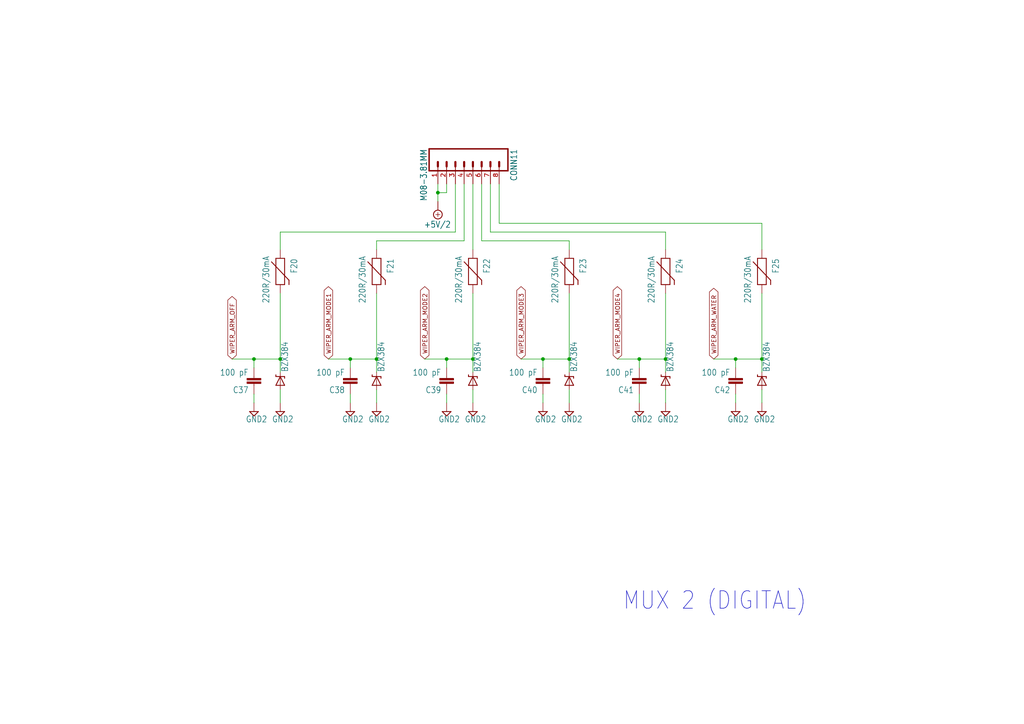
<source format=kicad_sch>
(kicad_sch
	(version 20231120)
	(generator "eeschema")
	(generator_version "8.0")
	(uuid "4173a632-8d76-460d-9398-17b1308961c7")
	(paper "A4")
	(lib_symbols
		(symbol "sim-daq-eagle-import:+5V/2"
			(power)
			(exclude_from_sim no)
			(in_bom yes)
			(on_board yes)
			(property "Reference" "#SUPPLY"
				(at 0 0 0)
				(effects
					(font
						(size 1.27 1.27)
					)
					(hide yes)
				)
			)
			(property "Value" ""
				(at -3.81 3.175 0)
				(effects
					(font
						(size 1.778 1.5113)
					)
					(justify left bottom)
				)
			)
			(property "Footprint" ""
				(at 0 0 0)
				(effects
					(font
						(size 1.27 1.27)
					)
					(hide yes)
				)
			)
			(property "Datasheet" ""
				(at 0 0 0)
				(effects
					(font
						(size 1.27 1.27)
					)
					(hide yes)
				)
			)
			(property "Description" "SUPPLY SYMBOL"
				(at 0 0 0)
				(effects
					(font
						(size 1.27 1.27)
					)
					(hide yes)
				)
			)
			(property "ki_locked" ""
				(at 0 0 0)
				(effects
					(font
						(size 1.27 1.27)
					)
				)
			)
			(symbol "+5V/2_1_0"
				(polyline
					(pts
						(xy -0.635 1.27) (xy 0.635 1.27)
					)
					(stroke
						(width 0.1524)
						(type solid)
					)
					(fill
						(type none)
					)
				)
				(polyline
					(pts
						(xy 0 0.635) (xy 0 1.905)
					)
					(stroke
						(width 0.1524)
						(type solid)
					)
					(fill
						(type none)
					)
				)
				(circle
					(center 0 1.27)
					(radius 1.27)
					(stroke
						(width 0.254)
						(type solid)
					)
					(fill
						(type none)
					)
				)
				(pin power_in line
					(at 0 -2.54 90)
					(length 2.54)
					(name "+5V/2"
						(effects
							(font
								(size 0 0)
							)
						)
					)
					(number "1"
						(effects
							(font
								(size 0 0)
							)
						)
					)
				)
			)
		)
		(symbol "sim-daq-eagle-import:C-EUC0805"
			(exclude_from_sim no)
			(in_bom yes)
			(on_board yes)
			(property "Reference" "C"
				(at 1.524 0.381 0)
				(effects
					(font
						(size 1.778 1.5113)
					)
					(justify left bottom)
				)
			)
			(property "Value" ""
				(at 1.524 -4.699 0)
				(effects
					(font
						(size 1.778 1.5113)
					)
					(justify left bottom)
				)
			)
			(property "Footprint" "sim-daq:C0805"
				(at 0 0 0)
				(effects
					(font
						(size 1.27 1.27)
					)
					(hide yes)
				)
			)
			(property "Datasheet" ""
				(at 0 0 0)
				(effects
					(font
						(size 1.27 1.27)
					)
					(hide yes)
				)
			)
			(property "Description" "CAPACITOR, European symbol"
				(at 0 0 0)
				(effects
					(font
						(size 1.27 1.27)
					)
					(hide yes)
				)
			)
			(property "ki_locked" ""
				(at 0 0 0)
				(effects
					(font
						(size 1.27 1.27)
					)
				)
			)
			(symbol "C-EUC0805_1_0"
				(rectangle
					(start -2.032 -2.032)
					(end 2.032 -1.524)
					(stroke
						(width 0)
						(type default)
					)
					(fill
						(type outline)
					)
				)
				(rectangle
					(start -2.032 -1.016)
					(end 2.032 -0.508)
					(stroke
						(width 0)
						(type default)
					)
					(fill
						(type outline)
					)
				)
				(polyline
					(pts
						(xy 0 -2.54) (xy 0 -2.032)
					)
					(stroke
						(width 0.1524)
						(type solid)
					)
					(fill
						(type none)
					)
				)
				(polyline
					(pts
						(xy 0 0) (xy 0 -0.508)
					)
					(stroke
						(width 0.1524)
						(type solid)
					)
					(fill
						(type none)
					)
				)
				(pin passive line
					(at 0 2.54 270)
					(length 2.54)
					(name "1"
						(effects
							(font
								(size 0 0)
							)
						)
					)
					(number "1"
						(effects
							(font
								(size 0 0)
							)
						)
					)
				)
				(pin passive line
					(at 0 -5.08 90)
					(length 2.54)
					(name "2"
						(effects
							(font
								(size 0 0)
							)
						)
					)
					(number "2"
						(effects
							(font
								(size 0 0)
							)
						)
					)
				)
			)
		)
		(symbol "sim-daq-eagle-import:DIODE-ZENER-BZT52"
			(exclude_from_sim no)
			(in_bom yes)
			(on_board yes)
			(property "Reference" ""
				(at 2.54 0.4826 0)
				(effects
					(font
						(size 1.778 1.5113)
					)
					(justify left bottom)
					(hide yes)
				)
			)
			(property "Value" ""
				(at 2.54 -2.3114 0)
				(effects
					(font
						(size 1.778 1.5113)
					)
					(justify left bottom)
				)
			)
			(property "Footprint" "sim-daq:SOD-323"
				(at 0 0 0)
				(effects
					(font
						(size 1.27 1.27)
					)
					(hide yes)
				)
			)
			(property "Datasheet" ""
				(at 0 0 0)
				(effects
					(font
						(size 1.27 1.27)
					)
					(hide yes)
				)
			)
			(property "Description" "Zener Diode Production Part - 8199 3.4V Zener Voltage"
				(at 0 0 0)
				(effects
					(font
						(size 1.27 1.27)
					)
					(hide yes)
				)
			)
			(property "ki_locked" ""
				(at 0 0 0)
				(effects
					(font
						(size 1.27 1.27)
					)
				)
			)
			(symbol "DIODE-ZENER-BZT52_1_0"
				(polyline
					(pts
						(xy -1.27 -1.27) (xy 1.27 0)
					)
					(stroke
						(width 0.254)
						(type solid)
					)
					(fill
						(type none)
					)
				)
				(polyline
					(pts
						(xy -1.27 1.27) (xy -1.27 -1.27)
					)
					(stroke
						(width 0.254)
						(type solid)
					)
					(fill
						(type none)
					)
				)
				(polyline
					(pts
						(xy 1.27 -1.27) (xy 0.762 -1.27)
					)
					(stroke
						(width 0.254)
						(type solid)
					)
					(fill
						(type none)
					)
				)
				(polyline
					(pts
						(xy 1.27 0) (xy -1.27 1.27)
					)
					(stroke
						(width 0.254)
						(type solid)
					)
					(fill
						(type none)
					)
				)
				(polyline
					(pts
						(xy 1.27 0) (xy 1.27 -1.27)
					)
					(stroke
						(width 0.254)
						(type solid)
					)
					(fill
						(type none)
					)
				)
				(polyline
					(pts
						(xy 1.27 1.27) (xy 1.27 0)
					)
					(stroke
						(width 0.254)
						(type solid)
					)
					(fill
						(type none)
					)
				)
				(polyline
					(pts
						(xy 1.27 1.27) (xy 1.778 1.27)
					)
					(stroke
						(width 0.254)
						(type solid)
					)
					(fill
						(type none)
					)
				)
				(pin passive line
					(at -2.54 0 0)
					(length 2.54)
					(name "A"
						(effects
							(font
								(size 0 0)
							)
						)
					)
					(number "A"
						(effects
							(font
								(size 0 0)
							)
						)
					)
				)
				(pin passive line
					(at 2.54 0 180)
					(length 2.54)
					(name "C"
						(effects
							(font
								(size 0 0)
							)
						)
					)
					(number "C"
						(effects
							(font
								(size 0 0)
							)
						)
					)
				)
			)
		)
		(symbol "sim-daq-eagle-import:GND2"
			(power)
			(exclude_from_sim no)
			(in_bom yes)
			(on_board yes)
			(property "Reference" "#SUPPLY"
				(at 0 0 0)
				(effects
					(font
						(size 1.27 1.27)
					)
					(hide yes)
				)
			)
			(property "Value" ""
				(at -2.413 -3.175 0)
				(effects
					(font
						(size 1.778 1.5113)
					)
					(justify left bottom)
				)
			)
			(property "Footprint" ""
				(at 0 0 0)
				(effects
					(font
						(size 1.27 1.27)
					)
					(hide yes)
				)
			)
			(property "Datasheet" ""
				(at 0 0 0)
				(effects
					(font
						(size 1.27 1.27)
					)
					(hide yes)
				)
			)
			(property "Description" "SUPPLY SYMBOL"
				(at 0 0 0)
				(effects
					(font
						(size 1.27 1.27)
					)
					(hide yes)
				)
			)
			(property "ki_locked" ""
				(at 0 0 0)
				(effects
					(font
						(size 1.27 1.27)
					)
				)
			)
			(symbol "GND2_1_0"
				(polyline
					(pts
						(xy -1.27 0) (xy 1.27 0)
					)
					(stroke
						(width 0.254)
						(type solid)
					)
					(fill
						(type none)
					)
				)
				(polyline
					(pts
						(xy 0 -1.27) (xy -1.27 0)
					)
					(stroke
						(width 0.254)
						(type solid)
					)
					(fill
						(type none)
					)
				)
				(polyline
					(pts
						(xy 1.27 0) (xy 0 -1.27)
					)
					(stroke
						(width 0.254)
						(type solid)
					)
					(fill
						(type none)
					)
				)
				(pin power_in line
					(at 0 2.54 270)
					(length 2.54)
					(name "GND2"
						(effects
							(font
								(size 0 0)
							)
						)
					)
					(number "1"
						(effects
							(font
								(size 0 0)
							)
						)
					)
				)
			)
		)
		(symbol "sim-daq-eagle-import:M08-3.81MM"
			(exclude_from_sim no)
			(in_bom yes)
			(on_board yes)
			(property "Reference" "CONN"
				(at -2.54 21.082 0)
				(effects
					(font
						(size 1.778 1.5113)
					)
					(justify left bottom)
				)
			)
			(property "Value" ""
				(at -2.54 -5.08 0)
				(effects
					(font
						(size 1.778 1.5113)
					)
					(justify left bottom)
				)
			)
			(property "Footprint" "sim-daq:M08-3.81"
				(at 0 0 0)
				(effects
					(font
						(size 1.27 1.27)
					)
					(hide yes)
				)
			)
			(property "Datasheet" ""
				(at 0 0 0)
				(effects
					(font
						(size 1.27 1.27)
					)
					(hide yes)
				)
			)
			(property "Description" ""
				(at 0 0 0)
				(effects
					(font
						(size 1.27 1.27)
					)
					(hide yes)
				)
			)
			(property "ki_locked" ""
				(at 0 0 0)
				(effects
					(font
						(size 1.27 1.27)
					)
				)
			)
			(symbol "M08-3.81MM_1_0"
				(polyline
					(pts
						(xy -2.54 20.32) (xy -2.54 -2.54)
					)
					(stroke
						(width 0.4064)
						(type solid)
					)
					(fill
						(type none)
					)
				)
				(polyline
					(pts
						(xy -2.54 20.32) (xy 3.81 20.32)
					)
					(stroke
						(width 0.4064)
						(type solid)
					)
					(fill
						(type none)
					)
				)
				(polyline
					(pts
						(xy 1.27 0) (xy 2.54 0)
					)
					(stroke
						(width 0.6096)
						(type solid)
					)
					(fill
						(type none)
					)
				)
				(polyline
					(pts
						(xy 1.27 2.54) (xy 2.54 2.54)
					)
					(stroke
						(width 0.6096)
						(type solid)
					)
					(fill
						(type none)
					)
				)
				(polyline
					(pts
						(xy 1.27 5.08) (xy 2.54 5.08)
					)
					(stroke
						(width 0.6096)
						(type solid)
					)
					(fill
						(type none)
					)
				)
				(polyline
					(pts
						(xy 1.27 7.62) (xy 2.54 7.62)
					)
					(stroke
						(width 0.6096)
						(type solid)
					)
					(fill
						(type none)
					)
				)
				(polyline
					(pts
						(xy 1.27 10.16) (xy 2.54 10.16)
					)
					(stroke
						(width 0.6096)
						(type solid)
					)
					(fill
						(type none)
					)
				)
				(polyline
					(pts
						(xy 1.27 12.7) (xy 2.54 12.7)
					)
					(stroke
						(width 0.6096)
						(type solid)
					)
					(fill
						(type none)
					)
				)
				(polyline
					(pts
						(xy 1.27 15.24) (xy 2.54 15.24)
					)
					(stroke
						(width 0.6096)
						(type solid)
					)
					(fill
						(type none)
					)
				)
				(polyline
					(pts
						(xy 1.27 17.78) (xy 2.54 17.78)
					)
					(stroke
						(width 0.6096)
						(type solid)
					)
					(fill
						(type none)
					)
				)
				(polyline
					(pts
						(xy 3.81 -2.54) (xy -2.54 -2.54)
					)
					(stroke
						(width 0.4064)
						(type solid)
					)
					(fill
						(type none)
					)
				)
				(polyline
					(pts
						(xy 3.81 -2.54) (xy 3.81 20.32)
					)
					(stroke
						(width 0.4064)
						(type solid)
					)
					(fill
						(type none)
					)
				)
				(pin passive line
					(at 7.62 0 180)
					(length 5.08)
					(name "1"
						(effects
							(font
								(size 0 0)
							)
						)
					)
					(number "1"
						(effects
							(font
								(size 1.27 1.27)
							)
						)
					)
				)
				(pin passive line
					(at 7.62 2.54 180)
					(length 5.08)
					(name "2"
						(effects
							(font
								(size 0 0)
							)
						)
					)
					(number "2"
						(effects
							(font
								(size 1.27 1.27)
							)
						)
					)
				)
				(pin passive line
					(at 7.62 5.08 180)
					(length 5.08)
					(name "3"
						(effects
							(font
								(size 0 0)
							)
						)
					)
					(number "3"
						(effects
							(font
								(size 1.27 1.27)
							)
						)
					)
				)
				(pin passive line
					(at 7.62 7.62 180)
					(length 5.08)
					(name "4"
						(effects
							(font
								(size 0 0)
							)
						)
					)
					(number "4"
						(effects
							(font
								(size 1.27 1.27)
							)
						)
					)
				)
				(pin passive line
					(at 7.62 10.16 180)
					(length 5.08)
					(name "5"
						(effects
							(font
								(size 0 0)
							)
						)
					)
					(number "5"
						(effects
							(font
								(size 1.27 1.27)
							)
						)
					)
				)
				(pin passive line
					(at 7.62 12.7 180)
					(length 5.08)
					(name "6"
						(effects
							(font
								(size 0 0)
							)
						)
					)
					(number "6"
						(effects
							(font
								(size 1.27 1.27)
							)
						)
					)
				)
				(pin passive line
					(at 7.62 15.24 180)
					(length 5.08)
					(name "7"
						(effects
							(font
								(size 0 0)
							)
						)
					)
					(number "7"
						(effects
							(font
								(size 1.27 1.27)
							)
						)
					)
				)
				(pin passive line
					(at 7.62 17.78 180)
					(length 5.08)
					(name "8"
						(effects
							(font
								(size 0 0)
							)
						)
					)
					(number "8"
						(effects
							(font
								(size 1.27 1.27)
							)
						)
					)
				)
			)
		)
		(symbol "sim-daq-eagle-import:PTC0603"
			(exclude_from_sim no)
			(in_bom yes)
			(on_board yes)
			(property "Reference" "F"
				(at -2.54 3.048 0)
				(effects
					(font
						(size 1.778 1.5113)
					)
					(justify left bottom)
				)
			)
			(property "Value" ""
				(at -3.302 -5.08 0)
				(effects
					(font
						(size 1.778 1.5113)
					)
					(justify left bottom)
				)
			)
			(property "Footprint" "sim-daq:0603"
				(at 0 0 0)
				(effects
					(font
						(size 1.27 1.27)
					)
					(hide yes)
				)
			)
			(property "Datasheet" ""
				(at 0 0 0)
				(effects
					(font
						(size 1.27 1.27)
					)
					(hide yes)
				)
			)
			(property "Description" "Resettable Fuse PTC Resettable Fuse. Spark Fun Electronics SKU : COM-08357"
				(at 0 0 0)
				(effects
					(font
						(size 1.27 1.27)
					)
					(hide yes)
				)
			)
			(property "ki_locked" ""
				(at 0 0 0)
				(effects
					(font
						(size 1.27 1.27)
					)
				)
			)
			(symbol "PTC0603_1_0"
				(polyline
					(pts
						(xy -2.54 -1.27) (xy -2.54 1.27)
					)
					(stroke
						(width 0.254)
						(type solid)
					)
					(fill
						(type none)
					)
				)
				(polyline
					(pts
						(xy -2.54 1.27) (xy 5.08 1.27)
					)
					(stroke
						(width 0.254)
						(type solid)
					)
					(fill
						(type none)
					)
				)
				(polyline
					(pts
						(xy -1.524 -2.54) (xy 3.81 2.54)
					)
					(stroke
						(width 0.254)
						(type solid)
					)
					(fill
						(type none)
					)
				)
				(polyline
					(pts
						(xy 3.81 2.54) (xy 5.08 2.54)
					)
					(stroke
						(width 0.254)
						(type solid)
					)
					(fill
						(type none)
					)
				)
				(polyline
					(pts
						(xy 5.08 -1.27) (xy -2.54 -1.27)
					)
					(stroke
						(width 0.254)
						(type solid)
					)
					(fill
						(type none)
					)
				)
				(polyline
					(pts
						(xy 5.08 1.27) (xy 5.08 -1.27)
					)
					(stroke
						(width 0.254)
						(type solid)
					)
					(fill
						(type none)
					)
				)
				(pin bidirectional line
					(at -5.08 0 0)
					(length 2.54)
					(name "1"
						(effects
							(font
								(size 0 0)
							)
						)
					)
					(number "1"
						(effects
							(font
								(size 0 0)
							)
						)
					)
				)
				(pin bidirectional line
					(at 7.62 0 180)
					(length 2.54)
					(name "2"
						(effects
							(font
								(size 0 0)
							)
						)
					)
					(number "2"
						(effects
							(font
								(size 0 0)
							)
						)
					)
				)
			)
		)
	)
	(junction
		(at 220.98 104.14)
		(diameter 0)
		(color 0 0 0 0)
		(uuid "0ff2e5ee-eea0-4ac6-beb8-552f674fc05a")
	)
	(junction
		(at 157.48 104.14)
		(diameter 0)
		(color 0 0 0 0)
		(uuid "2e213fa8-1852-478d-ba88-279030c5398f")
	)
	(junction
		(at 101.6 104.14)
		(diameter 0)
		(color 0 0 0 0)
		(uuid "3878342d-74d9-4233-b301-bde4f46786dc")
	)
	(junction
		(at 213.36 104.14)
		(diameter 0)
		(color 0 0 0 0)
		(uuid "5ffa0f6e-9e75-4beb-b13f-608eb14278e1")
	)
	(junction
		(at 81.28 104.14)
		(diameter 0)
		(color 0 0 0 0)
		(uuid "62ff160d-2d9e-46b3-9326-13fd095fa64d")
	)
	(junction
		(at 185.42 104.14)
		(diameter 0)
		(color 0 0 0 0)
		(uuid "658c43de-c184-45a0-a0db-d05be366b0bf")
	)
	(junction
		(at 137.16 104.14)
		(diameter 0)
		(color 0 0 0 0)
		(uuid "7155ef5c-63e4-45df-ab32-9b2816f92481")
	)
	(junction
		(at 73.66 104.14)
		(diameter 0)
		(color 0 0 0 0)
		(uuid "77b73326-9af9-4356-b887-ba6e0419ebb4")
	)
	(junction
		(at 129.54 104.14)
		(diameter 0)
		(color 0 0 0 0)
		(uuid "7921970f-f00e-40bc-abbc-457e885a0842")
	)
	(junction
		(at 193.04 104.14)
		(diameter 0)
		(color 0 0 0 0)
		(uuid "7d51f83d-c28d-4b0e-92bf-597e1b4f4c56")
	)
	(junction
		(at 165.1 104.14)
		(diameter 0)
		(color 0 0 0 0)
		(uuid "b05a5d24-a32e-45ba-91eb-00af3cc71b49")
	)
	(junction
		(at 127 55.88)
		(diameter 0)
		(color 0 0 0 0)
		(uuid "d462792f-496d-483c-ae23-dc828c3631c5")
	)
	(junction
		(at 109.22 104.14)
		(diameter 0)
		(color 0 0 0 0)
		(uuid "e4fcde3c-14dc-4be9-a62c-2fcc69fd4d59")
	)
	(wire
		(pts
			(xy 157.48 116.84) (xy 157.48 114.3)
		)
		(stroke
			(width 0.1524)
			(type solid)
		)
		(uuid "08af7486-ba42-420c-8c67-7010103bfe67")
	)
	(wire
		(pts
			(xy 165.1 107.95) (xy 165.1 104.14)
		)
		(stroke
			(width 0.1524)
			(type solid)
		)
		(uuid "0fa0874a-3837-4f21-b1b4-e7b7fded4408")
	)
	(wire
		(pts
			(xy 213.36 104.14) (xy 207.01 104.14)
		)
		(stroke
			(width 0.1524)
			(type solid)
		)
		(uuid "100fb9db-bd3e-4ac5-9206-8380a36bdb5d")
	)
	(wire
		(pts
			(xy 109.22 107.95) (xy 109.22 104.14)
		)
		(stroke
			(width 0.1524)
			(type solid)
		)
		(uuid "101fc07a-6611-41f5-b3b9-f960beacf314")
	)
	(wire
		(pts
			(xy 101.6 106.68) (xy 101.6 104.14)
		)
		(stroke
			(width 0.1524)
			(type solid)
		)
		(uuid "1488d853-b3ad-4fd9-a191-026273bd4ca5")
	)
	(wire
		(pts
			(xy 193.04 67.31) (xy 142.24 67.31)
		)
		(stroke
			(width 0.1524)
			(type solid)
		)
		(uuid "168f1b8d-ea80-47b9-a37a-10440be16950")
	)
	(wire
		(pts
			(xy 132.08 67.31) (xy 132.08 53.34)
		)
		(stroke
			(width 0.1524)
			(type solid)
		)
		(uuid "1c1d1501-a151-4421-94cd-e5ce09f78a34")
	)
	(wire
		(pts
			(xy 129.54 116.84) (xy 129.54 114.3)
		)
		(stroke
			(width 0.1524)
			(type solid)
		)
		(uuid "1e4dadc1-8103-45c1-a1aa-7265f91ef426")
	)
	(wire
		(pts
			(xy 193.04 85.09) (xy 193.04 104.14)
		)
		(stroke
			(width 0.1524)
			(type solid)
		)
		(uuid "226e541c-ef43-4b23-9b4a-d4edc620bae3")
	)
	(wire
		(pts
			(xy 193.04 72.39) (xy 193.04 67.31)
		)
		(stroke
			(width 0.1524)
			(type solid)
		)
		(uuid "2e2ceff5-dc30-4fe3-b83d-f1d0603681af")
	)
	(wire
		(pts
			(xy 137.16 85.09) (xy 137.16 104.14)
		)
		(stroke
			(width 0.1524)
			(type solid)
		)
		(uuid "301243e8-ccf0-4e09-a2ae-9c315ed2e27b")
	)
	(wire
		(pts
			(xy 109.22 69.85) (xy 134.62 69.85)
		)
		(stroke
			(width 0.1524)
			(type solid)
		)
		(uuid "38b8d59c-0225-40b5-98c6-5f594147ff0d")
	)
	(wire
		(pts
			(xy 220.98 116.84) (xy 220.98 113.03)
		)
		(stroke
			(width 0.1524)
			(type solid)
		)
		(uuid "3bc558fe-aa33-4c45-b7d4-cdd935a69457")
	)
	(wire
		(pts
			(xy 109.22 72.39) (xy 109.22 69.85)
		)
		(stroke
			(width 0.1524)
			(type solid)
		)
		(uuid "3ca0ece5-ba6b-4d9c-bddb-a1b41f5f2758")
	)
	(wire
		(pts
			(xy 129.54 106.68) (xy 129.54 104.14)
		)
		(stroke
			(width 0.1524)
			(type solid)
		)
		(uuid "425c32ea-ca7b-4a76-8252-8106aac5e5ce")
	)
	(wire
		(pts
			(xy 213.36 116.84) (xy 213.36 114.3)
		)
		(stroke
			(width 0.1524)
			(type solid)
		)
		(uuid "43d2bc32-a47b-4a3e-97ef-847867a295c9")
	)
	(wire
		(pts
			(xy 165.1 72.39) (xy 165.1 69.85)
		)
		(stroke
			(width 0.1524)
			(type solid)
		)
		(uuid "45062843-4d1c-460a-aa6e-3f881d2ede1b")
	)
	(wire
		(pts
			(xy 81.28 72.39) (xy 81.28 67.31)
		)
		(stroke
			(width 0.1524)
			(type solid)
		)
		(uuid "4a4d73cb-21e6-4c05-af50-17cf57b0cd99")
	)
	(wire
		(pts
			(xy 213.36 106.68) (xy 213.36 104.14)
		)
		(stroke
			(width 0.1524)
			(type solid)
		)
		(uuid "4bb224e1-443f-4bd8-a9c1-9dbff9853216")
	)
	(wire
		(pts
			(xy 101.6 116.84) (xy 101.6 114.3)
		)
		(stroke
			(width 0.1524)
			(type solid)
		)
		(uuid "4d4159c6-4c34-417f-8c54-52c2e48f6e8a")
	)
	(wire
		(pts
			(xy 220.98 72.39) (xy 220.98 64.77)
		)
		(stroke
			(width 0.1524)
			(type solid)
		)
		(uuid "4f727af2-8d3b-4352-b0ea-e21930f9dbae")
	)
	(wire
		(pts
			(xy 101.6 104.14) (xy 109.22 104.14)
		)
		(stroke
			(width 0.1524)
			(type solid)
		)
		(uuid "51b14e50-a769-4a4b-b863-de5f2f954bdd")
	)
	(wire
		(pts
			(xy 127 55.88) (xy 127 58.42)
		)
		(stroke
			(width 0.1524)
			(type solid)
		)
		(uuid "54a8dc6c-5416-420e-981f-4009b69f5ea1")
	)
	(wire
		(pts
			(xy 73.66 104.14) (xy 81.28 104.14)
		)
		(stroke
			(width 0.1524)
			(type solid)
		)
		(uuid "55102e94-b933-4d86-8855-e3e03b37800d")
	)
	(wire
		(pts
			(xy 129.54 104.14) (xy 137.16 104.14)
		)
		(stroke
			(width 0.1524)
			(type solid)
		)
		(uuid "5694da5a-c535-4087-b10b-fdbe5cfad9b4")
	)
	(wire
		(pts
			(xy 129.54 53.34) (xy 129.54 55.88)
		)
		(stroke
			(width 0.1524)
			(type solid)
		)
		(uuid "5a2fc83c-f7cc-4d32-b170-73431f59414e")
	)
	(wire
		(pts
			(xy 157.48 104.14) (xy 151.13 104.14)
		)
		(stroke
			(width 0.1524)
			(type solid)
		)
		(uuid "5c4dcc74-d7c8-41c6-9a11-b98f4918d934")
	)
	(wire
		(pts
			(xy 185.42 116.84) (xy 185.42 114.3)
		)
		(stroke
			(width 0.1524)
			(type solid)
		)
		(uuid "5cae6c15-21d3-4b18-b512-389d3ec3e00c")
	)
	(wire
		(pts
			(xy 109.22 85.09) (xy 109.22 104.14)
		)
		(stroke
			(width 0.1524)
			(type solid)
		)
		(uuid "5f434ffb-b1c3-4678-84f3-328047e93b0f")
	)
	(wire
		(pts
			(xy 185.42 106.68) (xy 185.42 104.14)
		)
		(stroke
			(width 0.1524)
			(type solid)
		)
		(uuid "61bd0472-6ee3-4b56-a98d-e94d8028a292")
	)
	(wire
		(pts
			(xy 81.28 67.31) (xy 132.08 67.31)
		)
		(stroke
			(width 0.1524)
			(type solid)
		)
		(uuid "746871c7-50f7-44b7-a0b2-6f5124d3bed1")
	)
	(wire
		(pts
			(xy 73.66 106.68) (xy 73.66 104.14)
		)
		(stroke
			(width 0.1524)
			(type solid)
		)
		(uuid "75306c6e-c01a-41a8-b4f3-1e44eb4432db")
	)
	(wire
		(pts
			(xy 142.24 67.31) (xy 142.24 53.34)
		)
		(stroke
			(width 0.1524)
			(type solid)
		)
		(uuid "7614c28a-92d6-45f1-b13b-7998104eb9dd")
	)
	(wire
		(pts
			(xy 137.16 107.95) (xy 137.16 104.14)
		)
		(stroke
			(width 0.1524)
			(type solid)
		)
		(uuid "7c86457a-81c0-405a-a7ca-b00a6583da69")
	)
	(wire
		(pts
			(xy 139.7 69.85) (xy 139.7 53.34)
		)
		(stroke
			(width 0.1524)
			(type solid)
		)
		(uuid "7e6a8f59-ffba-45fc-9e33-410014c57e04")
	)
	(wire
		(pts
			(xy 137.16 116.84) (xy 137.16 113.03)
		)
		(stroke
			(width 0.1524)
			(type solid)
		)
		(uuid "7f89fdc2-7cfc-4158-8b54-71cec44541d5")
	)
	(wire
		(pts
			(xy 81.28 116.84) (xy 81.28 113.03)
		)
		(stroke
			(width 0.1524)
			(type solid)
		)
		(uuid "84d35871-edef-4003-bb75-d0233c89639b")
	)
	(wire
		(pts
			(xy 220.98 64.77) (xy 144.78 64.77)
		)
		(stroke
			(width 0.1524)
			(type solid)
		)
		(uuid "92d5bf49-bd2b-4d7e-b364-d9e4672f5c28")
	)
	(wire
		(pts
			(xy 127 53.34) (xy 127 55.88)
		)
		(stroke
			(width 0.1524)
			(type solid)
		)
		(uuid "93307c3f-e8fe-4721-8b4f-38005e84bb17")
	)
	(wire
		(pts
			(xy 193.04 116.84) (xy 193.04 113.03)
		)
		(stroke
			(width 0.1524)
			(type solid)
		)
		(uuid "95070654-3f01-4601-8be8-0dd8a99fdd1a")
	)
	(wire
		(pts
			(xy 157.48 106.68) (xy 157.48 104.14)
		)
		(stroke
			(width 0.1524)
			(type solid)
		)
		(uuid "96e49fde-5a53-46ae-a012-c8d334d09970")
	)
	(wire
		(pts
			(xy 129.54 55.88) (xy 127 55.88)
		)
		(stroke
			(width 0.1524)
			(type solid)
		)
		(uuid "a2780314-bb2b-4de3-98f4-324fc9a67038")
	)
	(wire
		(pts
			(xy 220.98 85.09) (xy 220.98 104.14)
		)
		(stroke
			(width 0.1524)
			(type solid)
		)
		(uuid "a87b13f7-81d5-43a7-aba3-01f0ffc3148b")
	)
	(wire
		(pts
			(xy 185.42 104.14) (xy 179.07 104.14)
		)
		(stroke
			(width 0.1524)
			(type solid)
		)
		(uuid "aedced8a-d87f-4780-b0a2-f0181b9dd103")
	)
	(wire
		(pts
			(xy 134.62 69.85) (xy 134.62 53.34)
		)
		(stroke
			(width 0.1524)
			(type solid)
		)
		(uuid "b0665503-a657-40fa-8cea-2b147ce9a036")
	)
	(wire
		(pts
			(xy 73.66 116.84) (xy 73.66 114.3)
		)
		(stroke
			(width 0.1524)
			(type solid)
		)
		(uuid "b1d45b0f-0653-4254-b9df-5d6ce42ac723")
	)
	(wire
		(pts
			(xy 129.54 104.14) (xy 123.19 104.14)
		)
		(stroke
			(width 0.1524)
			(type solid)
		)
		(uuid "b7250e79-c0b8-4d79-b2b3-8b76d2235707")
	)
	(wire
		(pts
			(xy 185.42 104.14) (xy 193.04 104.14)
		)
		(stroke
			(width 0.1524)
			(type solid)
		)
		(uuid "bc617596-022d-475f-afa7-8c5dd4d482f4")
	)
	(wire
		(pts
			(xy 73.66 104.14) (xy 67.31 104.14)
		)
		(stroke
			(width 0.1524)
			(type solid)
		)
		(uuid "c4941cba-453e-410e-96c0-e88b7d83a29d")
	)
	(wire
		(pts
			(xy 213.36 104.14) (xy 220.98 104.14)
		)
		(stroke
			(width 0.1524)
			(type solid)
		)
		(uuid "c5946995-296e-4d62-bd74-42d706f5f3f6")
	)
	(wire
		(pts
			(xy 193.04 107.95) (xy 193.04 104.14)
		)
		(stroke
			(width 0.1524)
			(type solid)
		)
		(uuid "ca1e4b3b-29f5-48a3-b78f-807583f10ef4")
	)
	(wire
		(pts
			(xy 165.1 116.84) (xy 165.1 113.03)
		)
		(stroke
			(width 0.1524)
			(type solid)
		)
		(uuid "cbd6742b-5875-4f47-b4d9-54726da01519")
	)
	(wire
		(pts
			(xy 165.1 69.85) (xy 139.7 69.85)
		)
		(stroke
			(width 0.1524)
			(type solid)
		)
		(uuid "d281fbb7-b7fd-490d-a1f4-f093ff0168a8")
	)
	(wire
		(pts
			(xy 220.98 107.95) (xy 220.98 104.14)
		)
		(stroke
			(width 0.1524)
			(type solid)
		)
		(uuid "d3531ee8-b6f2-4fdc-95c2-4ca209cfbe11")
	)
	(wire
		(pts
			(xy 157.48 104.14) (xy 165.1 104.14)
		)
		(stroke
			(width 0.1524)
			(type solid)
		)
		(uuid "d4355bc4-70cf-47bb-928f-0b8ed791abd7")
	)
	(wire
		(pts
			(xy 101.6 104.14) (xy 95.25 104.14)
		)
		(stroke
			(width 0.1524)
			(type solid)
		)
		(uuid "d53f13c3-0209-4a65-b032-c94f6a459fac")
	)
	(wire
		(pts
			(xy 165.1 85.09) (xy 165.1 104.14)
		)
		(stroke
			(width 0.1524)
			(type solid)
		)
		(uuid "d7b11ae5-a85e-48cf-92a7-e52f1ce4c1d8")
	)
	(wire
		(pts
			(xy 81.28 85.09) (xy 81.28 104.14)
		)
		(stroke
			(width 0.1524)
			(type solid)
		)
		(uuid "d961a6e2-1919-4e49-a381-7d324584ecc7")
	)
	(wire
		(pts
			(xy 81.28 107.95) (xy 81.28 104.14)
		)
		(stroke
			(width 0.1524)
			(type solid)
		)
		(uuid "de03393f-e9a7-4458-9b7f-0d829506305b")
	)
	(wire
		(pts
			(xy 144.78 64.77) (xy 144.78 53.34)
		)
		(stroke
			(width 0.1524)
			(type solid)
		)
		(uuid "decc1421-a80e-4dc8-be79-4bc0a000b65f")
	)
	(wire
		(pts
			(xy 109.22 116.84) (xy 109.22 113.03)
		)
		(stroke
			(width 0.1524)
			(type solid)
		)
		(uuid "e69b8c83-ba86-42b1-8420-d7eb38fd4c96")
	)
	(wire
		(pts
			(xy 137.16 72.39) (xy 137.16 53.34)
		)
		(stroke
			(width 0.1524)
			(type solid)
		)
		(uuid "ed111e4b-5413-4a5f-87ec-752c8e5869f0")
	)
	(text "MUX 2 (DIGITAL)"
		(exclude_from_sim no)
		(at 180.594 177.292 0)
		(effects
			(font
				(size 5.08 4.318)
			)
			(justify left bottom)
		)
		(uuid "bf4d09a8-0356-4200-bbfb-15148523c40c")
	)
	(global_label "WIPER_ARM_MODE4"
		(shape bidirectional)
		(at 179.07 104.14 90)
		(fields_autoplaced yes)
		(effects
			(font
				(size 1.2446 1.2446)
			)
			(justify left)
		)
		(uuid "38c9e2e1-1a9c-41e4-819e-26f7036b4583")
		(property "Intersheetrefs" "${INTERSHEET_REFS}"
			(at 179.07 82.5827 90)
			(effects
				(font
					(size 1.27 1.27)
				)
				(justify left)
				(hide yes)
			)
		)
	)
	(global_label "WIPER_ARM_MODE1"
		(shape bidirectional)
		(at 95.25 104.14 90)
		(fields_autoplaced yes)
		(effects
			(font
				(size 1.2446 1.2446)
			)
			(justify left)
		)
		(uuid "5c81e7f8-570d-4af5-8bad-ab8528b18352")
		(property "Intersheetrefs" "${INTERSHEET_REFS}"
			(at 95.25 82.5827 90)
			(effects
				(font
					(size 1.27 1.27)
				)
				(justify left)
				(hide yes)
			)
		)
	)
	(global_label "WIPER_ARM_OFF"
		(shape bidirectional)
		(at 67.31 104.14 90)
		(fields_autoplaced yes)
		(effects
			(font
				(size 1.2446 1.2446)
			)
			(justify left)
		)
		(uuid "90920e6c-4be9-4e21-9e58-eac32962a401")
		(property "Intersheetrefs" "${INTERSHEET_REFS}"
			(at 67.31 85.4275 90)
			(effects
				(font
					(size 1.27 1.27)
				)
				(justify left)
				(hide yes)
			)
		)
	)
	(global_label "WIPER_ARM_MODE3"
		(shape bidirectional)
		(at 151.13 104.14 90)
		(fields_autoplaced yes)
		(effects
			(font
				(size 1.2446 1.2446)
			)
			(justify left)
		)
		(uuid "9e56becc-baea-408e-8371-b0eea1200284")
		(property "Intersheetrefs" "${INTERSHEET_REFS}"
			(at 151.13 82.5827 90)
			(effects
				(font
					(size 1.27 1.27)
				)
				(justify left)
				(hide yes)
			)
		)
	)
	(global_label "WIPER_ARM_MODE2"
		(shape bidirectional)
		(at 123.19 104.14 90)
		(fields_autoplaced yes)
		(effects
			(font
				(size 1.2446 1.2446)
			)
			(justify left)
		)
		(uuid "b750d553-bd20-4c20-a151-b6c5746520b1")
		(property "Intersheetrefs" "${INTERSHEET_REFS}"
			(at 123.19 82.5827 90)
			(effects
				(font
					(size 1.27 1.27)
				)
				(justify left)
				(hide yes)
			)
		)
	)
	(global_label "WIPER_ARM_WATER"
		(shape bidirectional)
		(at 207.01 104.14 90)
		(fields_autoplaced yes)
		(effects
			(font
				(size 1.2446 1.2446)
			)
			(justify left)
		)
		(uuid "de414edd-9097-44da-8580-701fb013374d")
		(property "Intersheetrefs" "${INTERSHEET_REFS}"
			(at 207.01 83.0568 90)
			(effects
				(font
					(size 1.27 1.27)
				)
				(justify left)
				(hide yes)
			)
		)
	)
	(symbol
		(lib_id "sim-daq-eagle-import:C-EUC0805")
		(at 213.36 111.76 180)
		(unit 1)
		(exclude_from_sim no)
		(in_bom yes)
		(on_board yes)
		(dnp no)
		(uuid "01e21610-7403-449d-9c99-09cf39406388")
		(property "Reference" "C42"
			(at 211.836 112.141 0)
			(effects
				(font
					(size 1.778 1.5113)
				)
				(justify left bottom)
			)
		)
		(property "Value" "100 pF"
			(at 211.836 107.061 0)
			(effects
				(font
					(size 1.778 1.5113)
				)
				(justify left bottom)
			)
		)
		(property "Footprint" "sim-daq:C0805"
			(at 213.36 111.76 0)
			(effects
				(font
					(size 1.27 1.27)
				)
				(hide yes)
			)
		)
		(property "Datasheet" ""
			(at 213.36 111.76 0)
			(effects
				(font
					(size 1.27 1.27)
				)
				(hide yes)
			)
		)
		(property "Description" ""
			(at 213.36 111.76 0)
			(effects
				(font
					(size 1.27 1.27)
				)
				(hide yes)
			)
		)
		(property "PARTNO" "*"
			(at 213.36 111.76 0)
			(effects
				(font
					(size 1.27 1.27)
				)
				(justify right top)
				(hide yes)
			)
		)
		(pin "2"
			(uuid "684d4181-4ba6-424f-a579-2fff38d37e1b")
		)
		(pin "1"
			(uuid "974bff5e-a15b-47b0-af22-3cd3d1538017")
		)
		(instances
			(project "sim-daq"
				(path "/49d127e9-4d55-4359-a72f-e53f94e14ae0/71d720ef-da9c-4612-9da3-7d62ac26bd0d"
					(reference "C42")
					(unit 1)
				)
			)
		)
	)
	(symbol
		(lib_id "sim-daq-eagle-import:GND2")
		(at 165.1 119.38 0)
		(unit 1)
		(exclude_from_sim no)
		(in_bom yes)
		(on_board yes)
		(dnp no)
		(uuid "02d27b6d-7f81-45ff-8bbb-6d62ea63b96c")
		(property "Reference" "#SUPPLY47"
			(at 165.1 119.38 0)
			(effects
				(font
					(size 1.27 1.27)
				)
				(hide yes)
			)
		)
		(property "Value" "GND2"
			(at 162.687 122.555 0)
			(effects
				(font
					(size 1.778 1.5113)
				)
				(justify left bottom)
			)
		)
		(property "Footprint" ""
			(at 165.1 119.38 0)
			(effects
				(font
					(size 1.27 1.27)
				)
				(hide yes)
			)
		)
		(property "Datasheet" ""
			(at 165.1 119.38 0)
			(effects
				(font
					(size 1.27 1.27)
				)
				(hide yes)
			)
		)
		(property "Description" ""
			(at 165.1 119.38 0)
			(effects
				(font
					(size 1.27 1.27)
				)
				(hide yes)
			)
		)
		(pin "1"
			(uuid "bc742330-d151-4e02-8e00-e6ccb3b2e5c1")
		)
		(instances
			(project "sim-daq"
				(path "/49d127e9-4d55-4359-a72f-e53f94e14ae0/71d720ef-da9c-4612-9da3-7d62ac26bd0d"
					(reference "#SUPPLY47")
					(unit 1)
				)
			)
		)
	)
	(symbol
		(lib_id "sim-daq-eagle-import:GND2")
		(at 73.66 119.38 0)
		(unit 1)
		(exclude_from_sim no)
		(in_bom yes)
		(on_board yes)
		(dnp no)
		(uuid "02e9d27d-5668-4994-9157-d01b95d6e473")
		(property "Reference" "#SUPPLY40"
			(at 73.66 119.38 0)
			(effects
				(font
					(size 1.27 1.27)
				)
				(hide yes)
			)
		)
		(property "Value" "GND2"
			(at 71.247 122.555 0)
			(effects
				(font
					(size 1.778 1.5113)
				)
				(justify left bottom)
			)
		)
		(property "Footprint" ""
			(at 73.66 119.38 0)
			(effects
				(font
					(size 1.27 1.27)
				)
				(hide yes)
			)
		)
		(property "Datasheet" ""
			(at 73.66 119.38 0)
			(effects
				(font
					(size 1.27 1.27)
				)
				(hide yes)
			)
		)
		(property "Description" ""
			(at 73.66 119.38 0)
			(effects
				(font
					(size 1.27 1.27)
				)
				(hide yes)
			)
		)
		(pin "1"
			(uuid "2e31c6ce-d1af-4ddc-b312-e4e07e2d1848")
		)
		(instances
			(project "sim-daq"
				(path "/49d127e9-4d55-4359-a72f-e53f94e14ae0/71d720ef-da9c-4612-9da3-7d62ac26bd0d"
					(reference "#SUPPLY40")
					(unit 1)
				)
			)
		)
	)
	(symbol
		(lib_id "sim-daq-eagle-import:DIODE-ZENER-BZT52")
		(at 137.16 110.49 90)
		(unit 1)
		(exclude_from_sim no)
		(in_bom yes)
		(on_board yes)
		(dnp no)
		(uuid "0a306c4c-f17f-467a-a362-24f263fd777a")
		(property "Reference" "D41"
			(at 136.6774 107.95 0)
			(effects
				(font
					(size 1.778 1.5113)
				)
				(justify left bottom)
				(hide yes)
			)
		)
		(property "Value" "BZX384"
			(at 139.4714 107.95 0)
			(effects
				(font
					(size 1.778 1.5113)
				)
				(justify left bottom)
			)
		)
		(property "Footprint" "sim-daq:SOD-323"
			(at 137.16 110.49 0)
			(effects
				(font
					(size 1.27 1.27)
				)
				(hide yes)
			)
		)
		(property "Datasheet" ""
			(at 137.16 110.49 0)
			(effects
				(font
					(size 1.27 1.27)
				)
				(hide yes)
			)
		)
		(property "Description" ""
			(at 137.16 110.49 0)
			(effects
				(font
					(size 1.27 1.27)
				)
				(hide yes)
			)
		)
		(property "PARTNO" "*"
			(at 137.16 110.49 90)
			(effects
				(font
					(size 1.27 1.27)
				)
				(justify right top)
				(hide yes)
			)
		)
		(pin "A"
			(uuid "fc79987d-92ab-4984-b471-8f979d39d28f")
		)
		(pin "C"
			(uuid "5f17da25-b868-4df7-b0c8-866368612ef1")
		)
		(instances
			(project "sim-daq"
				(path "/49d127e9-4d55-4359-a72f-e53f94e14ae0/71d720ef-da9c-4612-9da3-7d62ac26bd0d"
					(reference "D41")
					(unit 1)
				)
			)
		)
	)
	(symbol
		(lib_id "sim-daq-eagle-import:C-EUC0805")
		(at 129.54 111.76 180)
		(unit 1)
		(exclude_from_sim no)
		(in_bom yes)
		(on_board yes)
		(dnp no)
		(uuid "0a776414-ef2d-4021-ae8f-162587caf2fb")
		(property "Reference" "C39"
			(at 128.016 112.141 0)
			(effects
				(font
					(size 1.778 1.5113)
				)
				(justify left bottom)
			)
		)
		(property "Value" "100 pF"
			(at 128.016 107.061 0)
			(effects
				(font
					(size 1.778 1.5113)
				)
				(justify left bottom)
			)
		)
		(property "Footprint" "sim-daq:C0805"
			(at 129.54 111.76 0)
			(effects
				(font
					(size 1.27 1.27)
				)
				(hide yes)
			)
		)
		(property "Datasheet" ""
			(at 129.54 111.76 0)
			(effects
				(font
					(size 1.27 1.27)
				)
				(hide yes)
			)
		)
		(property "Description" ""
			(at 129.54 111.76 0)
			(effects
				(font
					(size 1.27 1.27)
				)
				(hide yes)
			)
		)
		(property "PARTNO" "*"
			(at 129.54 111.76 0)
			(effects
				(font
					(size 1.27 1.27)
				)
				(justify right top)
				(hide yes)
			)
		)
		(pin "1"
			(uuid "f5bff58b-3371-4c18-8b0d-f30ffbee2979")
		)
		(pin "2"
			(uuid "e1e77992-05f0-495d-83c5-7924b1f80cd6")
		)
		(instances
			(project "sim-daq"
				(path "/49d127e9-4d55-4359-a72f-e53f94e14ae0/71d720ef-da9c-4612-9da3-7d62ac26bd0d"
					(reference "C39")
					(unit 1)
				)
			)
		)
	)
	(symbol
		(lib_id "sim-daq-eagle-import:C-EUC0805")
		(at 73.66 111.76 180)
		(unit 1)
		(exclude_from_sim no)
		(in_bom yes)
		(on_board yes)
		(dnp no)
		(uuid "0a814089-1aa9-47d9-86f3-aa79a2cfc510")
		(property "Reference" "C37"
			(at 72.136 112.141 0)
			(effects
				(font
					(size 1.778 1.5113)
				)
				(justify left bottom)
			)
		)
		(property "Value" "100 pF"
			(at 72.136 107.061 0)
			(effects
				(font
					(size 1.778 1.5113)
				)
				(justify left bottom)
			)
		)
		(property "Footprint" "sim-daq:C0805"
			(at 73.66 111.76 0)
			(effects
				(font
					(size 1.27 1.27)
				)
				(hide yes)
			)
		)
		(property "Datasheet" ""
			(at 73.66 111.76 0)
			(effects
				(font
					(size 1.27 1.27)
				)
				(hide yes)
			)
		)
		(property "Description" ""
			(at 73.66 111.76 0)
			(effects
				(font
					(size 1.27 1.27)
				)
				(hide yes)
			)
		)
		(property "PARTNO" "*"
			(at 73.66 111.76 0)
			(effects
				(font
					(size 1.27 1.27)
				)
				(justify right top)
				(hide yes)
			)
		)
		(pin "2"
			(uuid "91e47241-eebd-44b9-a9a3-9ddb32f37a9d")
		)
		(pin "1"
			(uuid "67d9d881-a148-4afa-b4d1-5dc45c07ef3a")
		)
		(instances
			(project "sim-daq"
				(path "/49d127e9-4d55-4359-a72f-e53f94e14ae0/71d720ef-da9c-4612-9da3-7d62ac26bd0d"
					(reference "C37")
					(unit 1)
				)
			)
		)
	)
	(symbol
		(lib_id "sim-daq-eagle-import:DIODE-ZENER-BZT52")
		(at 220.98 110.49 90)
		(unit 1)
		(exclude_from_sim no)
		(in_bom yes)
		(on_board yes)
		(dnp no)
		(uuid "0cd9cc24-f2b8-4853-b440-c77b84198685")
		(property "Reference" "D44"
			(at 220.4974 107.95 0)
			(effects
				(font
					(size 1.778 1.5113)
				)
				(justify left bottom)
				(hide yes)
			)
		)
		(property "Value" "BZX384"
			(at 223.2914 107.95 0)
			(effects
				(font
					(size 1.778 1.5113)
				)
				(justify left bottom)
			)
		)
		(property "Footprint" "sim-daq:SOD-323"
			(at 220.98 110.49 0)
			(effects
				(font
					(size 1.27 1.27)
				)
				(hide yes)
			)
		)
		(property "Datasheet" ""
			(at 220.98 110.49 0)
			(effects
				(font
					(size 1.27 1.27)
				)
				(hide yes)
			)
		)
		(property "Description" ""
			(at 220.98 110.49 0)
			(effects
				(font
					(size 1.27 1.27)
				)
				(hide yes)
			)
		)
		(property "PARTNO" "*"
			(at 220.98 110.49 90)
			(effects
				(font
					(size 1.27 1.27)
				)
				(justify right top)
				(hide yes)
			)
		)
		(pin "A"
			(uuid "3856f624-d830-45ee-8cd1-9f80289536f4")
		)
		(pin "C"
			(uuid "5825177a-4ab1-4fc8-b6ac-914caf5e1e15")
		)
		(instances
			(project "sim-daq"
				(path "/49d127e9-4d55-4359-a72f-e53f94e14ae0/71d720ef-da9c-4612-9da3-7d62ac26bd0d"
					(reference "D44")
					(unit 1)
				)
			)
		)
	)
	(symbol
		(lib_id "sim-daq-eagle-import:PTC0603")
		(at 193.04 77.47 270)
		(unit 1)
		(exclude_from_sim no)
		(in_bom yes)
		(on_board yes)
		(dnp no)
		(uuid "3624d25e-909c-4a1b-9c2e-b07ff71a266f")
		(property "Reference" "F24"
			(at 196.088 74.93 0)
			(effects
				(font
					(size 1.778 1.5113)
				)
				(justify left bottom)
			)
		)
		(property "Value" "220R/30mA"
			(at 187.96 74.168 0)
			(effects
				(font
					(size 1.778 1.5113)
				)
				(justify left bottom)
			)
		)
		(property "Footprint" "sim-daq:0603"
			(at 193.04 77.47 0)
			(effects
				(font
					(size 1.27 1.27)
				)
				(hide yes)
			)
		)
		(property "Datasheet" ""
			(at 193.04 77.47 0)
			(effects
				(font
					(size 1.27 1.27)
				)
				(hide yes)
			)
		)
		(property "Description" ""
			(at 193.04 77.47 0)
			(effects
				(font
					(size 1.27 1.27)
				)
				(hide yes)
			)
		)
		(property "PARTNO" "*"
			(at 193.04 77.47 90)
			(effects
				(font
					(size 1.27 1.27)
				)
				(justify left bottom)
				(hide yes)
			)
		)
		(pin "2"
			(uuid "fe491123-c7c0-4bdf-a7fb-ed2fedd68e82")
		)
		(pin "1"
			(uuid "168f61a0-9c4c-4388-8020-c4eab8066cb3")
		)
		(instances
			(project "sim-daq"
				(path "/49d127e9-4d55-4359-a72f-e53f94e14ae0/71d720ef-da9c-4612-9da3-7d62ac26bd0d"
					(reference "F24")
					(unit 1)
				)
			)
		)
	)
	(symbol
		(lib_id "sim-daq-eagle-import:GND2")
		(at 157.48 119.38 0)
		(unit 1)
		(exclude_from_sim no)
		(in_bom yes)
		(on_board yes)
		(dnp no)
		(uuid "44701da3-e5dc-4b40-a3ff-2ce7b2eed90c")
		(property "Reference" "#SUPPLY46"
			(at 157.48 119.38 0)
			(effects
				(font
					(size 1.27 1.27)
				)
				(hide yes)
			)
		)
		(property "Value" "GND2"
			(at 155.067 122.555 0)
			(effects
				(font
					(size 1.778 1.5113)
				)
				(justify left bottom)
			)
		)
		(property "Footprint" ""
			(at 157.48 119.38 0)
			(effects
				(font
					(size 1.27 1.27)
				)
				(hide yes)
			)
		)
		(property "Datasheet" ""
			(at 157.48 119.38 0)
			(effects
				(font
					(size 1.27 1.27)
				)
				(hide yes)
			)
		)
		(property "Description" ""
			(at 157.48 119.38 0)
			(effects
				(font
					(size 1.27 1.27)
				)
				(hide yes)
			)
		)
		(pin "1"
			(uuid "7d554e46-5ed0-4b27-a2ea-80a1e547d9ed")
		)
		(instances
			(project "sim-daq"
				(path "/49d127e9-4d55-4359-a72f-e53f94e14ae0/71d720ef-da9c-4612-9da3-7d62ac26bd0d"
					(reference "#SUPPLY46")
					(unit 1)
				)
			)
		)
	)
	(symbol
		(lib_id "sim-daq-eagle-import:DIODE-ZENER-BZT52")
		(at 81.28 110.49 90)
		(unit 1)
		(exclude_from_sim no)
		(in_bom yes)
		(on_board yes)
		(dnp no)
		(uuid "466ac76f-167b-4008-97ab-44a36511601a")
		(property "Reference" "D39"
			(at 80.7974 107.95 0)
			(effects
				(font
					(size 1.778 1.5113)
				)
				(justify left bottom)
				(hide yes)
			)
		)
		(property "Value" "BZX384"
			(at 83.5914 107.95 0)
			(effects
				(font
					(size 1.778 1.5113)
				)
				(justify left bottom)
			)
		)
		(property "Footprint" "sim-daq:SOD-323"
			(at 81.28 110.49 0)
			(effects
				(font
					(size 1.27 1.27)
				)
				(hide yes)
			)
		)
		(property "Datasheet" ""
			(at 81.28 110.49 0)
			(effects
				(font
					(size 1.27 1.27)
				)
				(hide yes)
			)
		)
		(property "Description" ""
			(at 81.28 110.49 0)
			(effects
				(font
					(size 1.27 1.27)
				)
				(hide yes)
			)
		)
		(property "PARTNO" "*"
			(at 81.28 110.49 90)
			(effects
				(font
					(size 1.27 1.27)
				)
				(justify right top)
				(hide yes)
			)
		)
		(pin "C"
			(uuid "232ff6c7-0a8d-4ca2-9654-8f350ce0e850")
		)
		(pin "A"
			(uuid "d2c4a04f-515a-4718-aca7-cb8d18b8aa6f")
		)
		(instances
			(project "sim-daq"
				(path "/49d127e9-4d55-4359-a72f-e53f94e14ae0/71d720ef-da9c-4612-9da3-7d62ac26bd0d"
					(reference "D39")
					(unit 1)
				)
			)
		)
	)
	(symbol
		(lib_id "sim-daq-eagle-import:+5V/2")
		(at 127 60.96 180)
		(unit 1)
		(exclude_from_sim no)
		(in_bom yes)
		(on_board yes)
		(dnp no)
		(uuid "46dedc55-71e2-46a0-84b6-5fc9e19aa761")
		(property "Reference" "#SUPPLY39"
			(at 127 60.96 0)
			(effects
				(font
					(size 1.27 1.27)
				)
				(hide yes)
			)
		)
		(property "Value" "+5V/2"
			(at 130.81 64.135 0)
			(effects
				(font
					(size 1.778 1.5113)
				)
				(justify left bottom)
			)
		)
		(property "Footprint" ""
			(at 127 60.96 0)
			(effects
				(font
					(size 1.27 1.27)
				)
				(hide yes)
			)
		)
		(property "Datasheet" ""
			(at 127 60.96 0)
			(effects
				(font
					(size 1.27 1.27)
				)
				(hide yes)
			)
		)
		(property "Description" ""
			(at 127 60.96 0)
			(effects
				(font
					(size 1.27 1.27)
				)
				(hide yes)
			)
		)
		(pin "1"
			(uuid "888c33d7-1c94-49b1-95cf-dd34c15f93a7")
		)
		(instances
			(project "sim-daq"
				(path "/49d127e9-4d55-4359-a72f-e53f94e14ae0/71d720ef-da9c-4612-9da3-7d62ac26bd0d"
					(reference "#SUPPLY39")
					(unit 1)
				)
			)
		)
	)
	(symbol
		(lib_id "sim-daq-eagle-import:GND2")
		(at 220.98 119.38 0)
		(unit 1)
		(exclude_from_sim no)
		(in_bom yes)
		(on_board yes)
		(dnp no)
		(uuid "4b9038e6-8eba-4ce2-905a-1b9291520305")
		(property "Reference" "#SUPPLY51"
			(at 220.98 119.38 0)
			(effects
				(font
					(size 1.27 1.27)
				)
				(hide yes)
			)
		)
		(property "Value" "GND2"
			(at 218.567 122.555 0)
			(effects
				(font
					(size 1.778 1.5113)
				)
				(justify left bottom)
			)
		)
		(property "Footprint" ""
			(at 220.98 119.38 0)
			(effects
				(font
					(size 1.27 1.27)
				)
				(hide yes)
			)
		)
		(property "Datasheet" ""
			(at 220.98 119.38 0)
			(effects
				(font
					(size 1.27 1.27)
				)
				(hide yes)
			)
		)
		(property "Description" ""
			(at 220.98 119.38 0)
			(effects
				(font
					(size 1.27 1.27)
				)
				(hide yes)
			)
		)
		(pin "1"
			(uuid "79b2b543-ed77-4af6-b539-5bac52361262")
		)
		(instances
			(project "sim-daq"
				(path "/49d127e9-4d55-4359-a72f-e53f94e14ae0/71d720ef-da9c-4612-9da3-7d62ac26bd0d"
					(reference "#SUPPLY51")
					(unit 1)
				)
			)
		)
	)
	(symbol
		(lib_id "sim-daq-eagle-import:DIODE-ZENER-BZT52")
		(at 193.04 110.49 90)
		(unit 1)
		(exclude_from_sim no)
		(in_bom yes)
		(on_board yes)
		(dnp no)
		(uuid "5389f72e-6e88-4c0f-a11a-b7a63ecc73c9")
		(property "Reference" "D43"
			(at 192.5574 107.95 0)
			(effects
				(font
					(size 1.778 1.5113)
				)
				(justify left bottom)
				(hide yes)
			)
		)
		(property "Value" "BZX384"
			(at 195.3514 107.95 0)
			(effects
				(font
					(size 1.778 1.5113)
				)
				(justify left bottom)
			)
		)
		(property "Footprint" "sim-daq:SOD-323"
			(at 193.04 110.49 0)
			(effects
				(font
					(size 1.27 1.27)
				)
				(hide yes)
			)
		)
		(property "Datasheet" ""
			(at 193.04 110.49 0)
			(effects
				(font
					(size 1.27 1.27)
				)
				(hide yes)
			)
		)
		(property "Description" ""
			(at 193.04 110.49 0)
			(effects
				(font
					(size 1.27 1.27)
				)
				(hide yes)
			)
		)
		(property "PARTNO" "*"
			(at 193.04 110.49 90)
			(effects
				(font
					(size 1.27 1.27)
				)
				(justify right top)
				(hide yes)
			)
		)
		(pin "C"
			(uuid "4bd5bd85-2e56-4e8d-9ae2-fa9d8f78677f")
		)
		(pin "A"
			(uuid "8423574c-484e-4ea3-9b54-5db12b29adc7")
		)
		(instances
			(project "sim-daq"
				(path "/49d127e9-4d55-4359-a72f-e53f94e14ae0/71d720ef-da9c-4612-9da3-7d62ac26bd0d"
					(reference "D43")
					(unit 1)
				)
			)
		)
	)
	(symbol
		(lib_id "sim-daq-eagle-import:DIODE-ZENER-BZT52")
		(at 165.1 110.49 90)
		(unit 1)
		(exclude_from_sim no)
		(in_bom yes)
		(on_board yes)
		(dnp no)
		(uuid "54c5247f-60a5-401b-866c-515e529df981")
		(property "Reference" "D42"
			(at 164.6174 107.95 0)
			(effects
				(font
					(size 1.778 1.5113)
				)
				(justify left bottom)
				(hide yes)
			)
		)
		(property "Value" "BZX384"
			(at 167.4114 107.95 0)
			(effects
				(font
					(size 1.778 1.5113)
				)
				(justify left bottom)
			)
		)
		(property "Footprint" "sim-daq:SOD-323"
			(at 165.1 110.49 0)
			(effects
				(font
					(size 1.27 1.27)
				)
				(hide yes)
			)
		)
		(property "Datasheet" ""
			(at 165.1 110.49 0)
			(effects
				(font
					(size 1.27 1.27)
				)
				(hide yes)
			)
		)
		(property "Description" ""
			(at 165.1 110.49 0)
			(effects
				(font
					(size 1.27 1.27)
				)
				(hide yes)
			)
		)
		(property "PARTNO" "*"
			(at 165.1 110.49 90)
			(effects
				(font
					(size 1.27 1.27)
				)
				(justify right top)
				(hide yes)
			)
		)
		(pin "C"
			(uuid "0a46cb41-b397-4e12-809d-b5bf24658d85")
		)
		(pin "A"
			(uuid "f5835eb5-829a-4a5b-bb4d-0c0ad771d40b")
		)
		(instances
			(project "sim-daq"
				(path "/49d127e9-4d55-4359-a72f-e53f94e14ae0/71d720ef-da9c-4612-9da3-7d62ac26bd0d"
					(reference "D42")
					(unit 1)
				)
			)
		)
	)
	(symbol
		(lib_id "sim-daq-eagle-import:M08-3.81MM")
		(at 127 45.72 270)
		(unit 1)
		(exclude_from_sim no)
		(in_bom yes)
		(on_board yes)
		(dnp no)
		(uuid "599fb074-547a-4eed-a4fd-1e574beda032")
		(property "Reference" "CONN11"
			(at 148.082 43.18 0)
			(effects
				(font
					(size 1.778 1.5113)
				)
				(justify left bottom)
			)
		)
		(property "Value" "M08-3.81MM"
			(at 121.92 43.18 0)
			(effects
				(font
					(size 1.778 1.5113)
				)
				(justify left bottom)
			)
		)
		(property "Footprint" "sim-daq:M08-3.81"
			(at 127 45.72 0)
			(effects
				(font
					(size 1.27 1.27)
				)
				(hide yes)
			)
		)
		(property "Datasheet" ""
			(at 127 45.72 0)
			(effects
				(font
					(size 1.27 1.27)
				)
				(hide yes)
			)
		)
		(property "Description" ""
			(at 127 45.72 0)
			(effects
				(font
					(size 1.27 1.27)
				)
				(hide yes)
			)
		)
		(property "PARTNO" "*"
			(at 127 45.72 90)
			(effects
				(font
					(size 1.27 1.27)
				)
				(justify left bottom)
				(hide yes)
			)
		)
		(pin "4"
			(uuid "0bd97651-722c-4d6d-992f-440321b8836a")
		)
		(pin "6"
			(uuid "655d03f8-c6f3-461a-88b0-afb5c4182e45")
		)
		(pin "7"
			(uuid "c0c9b1ba-a2ce-430f-9729-63e0732ba462")
		)
		(pin "8"
			(uuid "99edeeef-fbb5-4aa4-81e3-57b7b16f8143")
		)
		(pin "1"
			(uuid "21cab1e2-c6e5-4105-b82f-eee8b8785041")
		)
		(pin "2"
			(uuid "01436497-3572-4f8d-83bd-7b5fcf336256")
		)
		(pin "5"
			(uuid "6c498446-00b6-4102-a4dd-4d7a3ac03921")
		)
		(pin "3"
			(uuid "596e20e4-a51d-4167-a96e-b0fdcb748fda")
		)
		(instances
			(project "sim-daq"
				(path "/49d127e9-4d55-4359-a72f-e53f94e14ae0/71d720ef-da9c-4612-9da3-7d62ac26bd0d"
					(reference "CONN11")
					(unit 1)
				)
			)
		)
	)
	(symbol
		(lib_id "sim-daq-eagle-import:PTC0603")
		(at 81.28 77.47 270)
		(unit 1)
		(exclude_from_sim no)
		(in_bom yes)
		(on_board yes)
		(dnp no)
		(uuid "5a6ca103-5f96-4640-8143-8bd64f5b4356")
		(property "Reference" "F20"
			(at 84.328 74.93 0)
			(effects
				(font
					(size 1.778 1.5113)
				)
				(justify left bottom)
			)
		)
		(property "Value" "220R/30mA"
			(at 76.2 74.168 0)
			(effects
				(font
					(size 1.778 1.5113)
				)
				(justify left bottom)
			)
		)
		(property "Footprint" "sim-daq:0603"
			(at 81.28 77.47 0)
			(effects
				(font
					(size 1.27 1.27)
				)
				(hide yes)
			)
		)
		(property "Datasheet" ""
			(at 81.28 77.47 0)
			(effects
				(font
					(size 1.27 1.27)
				)
				(hide yes)
			)
		)
		(property "Description" ""
			(at 81.28 77.47 0)
			(effects
				(font
					(size 1.27 1.27)
				)
				(hide yes)
			)
		)
		(property "PARTNO" "*"
			(at 81.28 77.47 90)
			(effects
				(font
					(size 1.27 1.27)
				)
				(justify left bottom)
				(hide yes)
			)
		)
		(pin "2"
			(uuid "c1bf7026-13bf-4086-96c0-1763787a2740")
		)
		(pin "1"
			(uuid "5add0068-01b9-47ff-b739-c794f8846be6")
		)
		(instances
			(project "sim-daq"
				(path "/49d127e9-4d55-4359-a72f-e53f94e14ae0/71d720ef-da9c-4612-9da3-7d62ac26bd0d"
					(reference "F20")
					(unit 1)
				)
			)
		)
	)
	(symbol
		(lib_id "sim-daq-eagle-import:PTC0603")
		(at 109.22 77.47 270)
		(unit 1)
		(exclude_from_sim no)
		(in_bom yes)
		(on_board yes)
		(dnp no)
		(uuid "5e326611-cd4e-47ab-9caf-2df4de206220")
		(property "Reference" "F21"
			(at 112.268 74.93 0)
			(effects
				(font
					(size 1.778 1.5113)
				)
				(justify left bottom)
			)
		)
		(property "Value" "220R/30mA"
			(at 104.14 74.168 0)
			(effects
				(font
					(size 1.778 1.5113)
				)
				(justify left bottom)
			)
		)
		(property "Footprint" "sim-daq:0603"
			(at 109.22 77.47 0)
			(effects
				(font
					(size 1.27 1.27)
				)
				(hide yes)
			)
		)
		(property "Datasheet" ""
			(at 109.22 77.47 0)
			(effects
				(font
					(size 1.27 1.27)
				)
				(hide yes)
			)
		)
		(property "Description" ""
			(at 109.22 77.47 0)
			(effects
				(font
					(size 1.27 1.27)
				)
				(hide yes)
			)
		)
		(property "PARTNO" "*"
			(at 109.22 77.47 90)
			(effects
				(font
					(size 1.27 1.27)
				)
				(justify left bottom)
				(hide yes)
			)
		)
		(pin "1"
			(uuid "be342b23-0b50-409e-b3c9-d0b1b40e5907")
		)
		(pin "2"
			(uuid "a7d0bd21-3ed3-4da3-843d-5203e9dae4d9")
		)
		(instances
			(project "sim-daq"
				(path "/49d127e9-4d55-4359-a72f-e53f94e14ae0/71d720ef-da9c-4612-9da3-7d62ac26bd0d"
					(reference "F21")
					(unit 1)
				)
			)
		)
	)
	(symbol
		(lib_id "sim-daq-eagle-import:GND2")
		(at 193.04 119.38 0)
		(unit 1)
		(exclude_from_sim no)
		(in_bom yes)
		(on_board yes)
		(dnp no)
		(uuid "67c529d4-7bc3-43f0-acd4-ef1dee7278c9")
		(property "Reference" "#SUPPLY49"
			(at 193.04 119.38 0)
			(effects
				(font
					(size 1.27 1.27)
				)
				(hide yes)
			)
		)
		(property "Value" "GND2"
			(at 190.627 122.555 0)
			(effects
				(font
					(size 1.778 1.5113)
				)
				(justify left bottom)
			)
		)
		(property "Footprint" ""
			(at 193.04 119.38 0)
			(effects
				(font
					(size 1.27 1.27)
				)
				(hide yes)
			)
		)
		(property "Datasheet" ""
			(at 193.04 119.38 0)
			(effects
				(font
					(size 1.27 1.27)
				)
				(hide yes)
			)
		)
		(property "Description" ""
			(at 193.04 119.38 0)
			(effects
				(font
					(size 1.27 1.27)
				)
				(hide yes)
			)
		)
		(pin "1"
			(uuid "a023e64b-44b1-49ec-9b32-fc089e5c18dd")
		)
		(instances
			(project "sim-daq"
				(path "/49d127e9-4d55-4359-a72f-e53f94e14ae0/71d720ef-da9c-4612-9da3-7d62ac26bd0d"
					(reference "#SUPPLY49")
					(unit 1)
				)
			)
		)
	)
	(symbol
		(lib_id "sim-daq-eagle-import:GND2")
		(at 185.42 119.38 0)
		(unit 1)
		(exclude_from_sim no)
		(in_bom yes)
		(on_board yes)
		(dnp no)
		(uuid "6efb6d47-5399-46a6-8e95-066be78606d1")
		(property "Reference" "#SUPPLY48"
			(at 185.42 119.38 0)
			(effects
				(font
					(size 1.27 1.27)
				)
				(hide yes)
			)
		)
		(property "Value" "GND2"
			(at 183.007 122.555 0)
			(effects
				(font
					(size 1.778 1.5113)
				)
				(justify left bottom)
			)
		)
		(property "Footprint" ""
			(at 185.42 119.38 0)
			(effects
				(font
					(size 1.27 1.27)
				)
				(hide yes)
			)
		)
		(property "Datasheet" ""
			(at 185.42 119.38 0)
			(effects
				(font
					(size 1.27 1.27)
				)
				(hide yes)
			)
		)
		(property "Description" ""
			(at 185.42 119.38 0)
			(effects
				(font
					(size 1.27 1.27)
				)
				(hide yes)
			)
		)
		(pin "1"
			(uuid "09e1b1aa-7bd0-49ca-8a71-7783328ad687")
		)
		(instances
			(project "sim-daq"
				(path "/49d127e9-4d55-4359-a72f-e53f94e14ae0/71d720ef-da9c-4612-9da3-7d62ac26bd0d"
					(reference "#SUPPLY48")
					(unit 1)
				)
			)
		)
	)
	(symbol
		(lib_id "sim-daq-eagle-import:GND2")
		(at 101.6 119.38 0)
		(unit 1)
		(exclude_from_sim no)
		(in_bom yes)
		(on_board yes)
		(dnp no)
		(uuid "97cce11c-ad2a-4f23-97a4-416b04067c2d")
		(property "Reference" "#SUPPLY42"
			(at 101.6 119.38 0)
			(effects
				(font
					(size 1.27 1.27)
				)
				(hide yes)
			)
		)
		(property "Value" "GND2"
			(at 99.187 122.555 0)
			(effects
				(font
					(size 1.778 1.5113)
				)
				(justify left bottom)
			)
		)
		(property "Footprint" ""
			(at 101.6 119.38 0)
			(effects
				(font
					(size 1.27 1.27)
				)
				(hide yes)
			)
		)
		(property "Datasheet" ""
			(at 101.6 119.38 0)
			(effects
				(font
					(size 1.27 1.27)
				)
				(hide yes)
			)
		)
		(property "Description" ""
			(at 101.6 119.38 0)
			(effects
				(font
					(size 1.27 1.27)
				)
				(hide yes)
			)
		)
		(pin "1"
			(uuid "b930c321-4b12-4be3-a9f2-c7aee8220e68")
		)
		(instances
			(project "sim-daq"
				(path "/49d127e9-4d55-4359-a72f-e53f94e14ae0/71d720ef-da9c-4612-9da3-7d62ac26bd0d"
					(reference "#SUPPLY42")
					(unit 1)
				)
			)
		)
	)
	(symbol
		(lib_id "sim-daq-eagle-import:GND2")
		(at 129.54 119.38 0)
		(unit 1)
		(exclude_from_sim no)
		(in_bom yes)
		(on_board yes)
		(dnp no)
		(uuid "ac01b5a1-836f-4749-a6ea-92a69f35f1a3")
		(property "Reference" "#SUPPLY44"
			(at 129.54 119.38 0)
			(effects
				(font
					(size 1.27 1.27)
				)
				(hide yes)
			)
		)
		(property "Value" "GND2"
			(at 127.127 122.555 0)
			(effects
				(font
					(size 1.778 1.5113)
				)
				(justify left bottom)
			)
		)
		(property "Footprint" ""
			(at 129.54 119.38 0)
			(effects
				(font
					(size 1.27 1.27)
				)
				(hide yes)
			)
		)
		(property "Datasheet" ""
			(at 129.54 119.38 0)
			(effects
				(font
					(size 1.27 1.27)
				)
				(hide yes)
			)
		)
		(property "Description" ""
			(at 129.54 119.38 0)
			(effects
				(font
					(size 1.27 1.27)
				)
				(hide yes)
			)
		)
		(pin "1"
			(uuid "aa282b95-be14-47f6-91b6-248c821207d0")
		)
		(instances
			(project "sim-daq"
				(path "/49d127e9-4d55-4359-a72f-e53f94e14ae0/71d720ef-da9c-4612-9da3-7d62ac26bd0d"
					(reference "#SUPPLY44")
					(unit 1)
				)
			)
		)
	)
	(symbol
		(lib_id "sim-daq-eagle-import:DIODE-ZENER-BZT52")
		(at 109.22 110.49 90)
		(unit 1)
		(exclude_from_sim no)
		(in_bom yes)
		(on_board yes)
		(dnp no)
		(uuid "ad312ba7-7a11-49f6-a185-42601846cdd4")
		(property "Reference" "D40"
			(at 108.7374 107.95 0)
			(effects
				(font
					(size 1.778 1.5113)
				)
				(justify left bottom)
				(hide yes)
			)
		)
		(property "Value" "BZX384"
			(at 111.5314 107.95 0)
			(effects
				(font
					(size 1.778 1.5113)
				)
				(justify left bottom)
			)
		)
		(property "Footprint" "sim-daq:SOD-323"
			(at 109.22 110.49 0)
			(effects
				(font
					(size 1.27 1.27)
				)
				(hide yes)
			)
		)
		(property "Datasheet" ""
			(at 109.22 110.49 0)
			(effects
				(font
					(size 1.27 1.27)
				)
				(hide yes)
			)
		)
		(property "Description" ""
			(at 109.22 110.49 0)
			(effects
				(font
					(size 1.27 1.27)
				)
				(hide yes)
			)
		)
		(property "PARTNO" "*"
			(at 109.22 110.49 90)
			(effects
				(font
					(size 1.27 1.27)
				)
				(justify right top)
				(hide yes)
			)
		)
		(pin "A"
			(uuid "b8d98600-7f1c-4dd6-91d6-9e9587b1add5")
		)
		(pin "C"
			(uuid "712a4607-73a2-4720-bdc1-2f546f98e154")
		)
		(instances
			(project "sim-daq"
				(path "/49d127e9-4d55-4359-a72f-e53f94e14ae0/71d720ef-da9c-4612-9da3-7d62ac26bd0d"
					(reference "D40")
					(unit 1)
				)
			)
		)
	)
	(symbol
		(lib_id "sim-daq-eagle-import:GND2")
		(at 81.28 119.38 0)
		(unit 1)
		(exclude_from_sim no)
		(in_bom yes)
		(on_board yes)
		(dnp no)
		(uuid "b68489ad-3933-4ce3-ae8d-6d0d7ecd776c")
		(property "Reference" "#SUPPLY41"
			(at 81.28 119.38 0)
			(effects
				(font
					(size 1.27 1.27)
				)
				(hide yes)
			)
		)
		(property "Value" "GND2"
			(at 78.867 122.555 0)
			(effects
				(font
					(size 1.778 1.5113)
				)
				(justify left bottom)
			)
		)
		(property "Footprint" ""
			(at 81.28 119.38 0)
			(effects
				(font
					(size 1.27 1.27)
				)
				(hide yes)
			)
		)
		(property "Datasheet" ""
			(at 81.28 119.38 0)
			(effects
				(font
					(size 1.27 1.27)
				)
				(hide yes)
			)
		)
		(property "Description" ""
			(at 81.28 119.38 0)
			(effects
				(font
					(size 1.27 1.27)
				)
				(hide yes)
			)
		)
		(pin "1"
			(uuid "fafc545a-03cf-4230-94c5-0b3efe0b83f1")
		)
		(instances
			(project "sim-daq"
				(path "/49d127e9-4d55-4359-a72f-e53f94e14ae0/71d720ef-da9c-4612-9da3-7d62ac26bd0d"
					(reference "#SUPPLY41")
					(unit 1)
				)
			)
		)
	)
	(symbol
		(lib_id "sim-daq-eagle-import:GND2")
		(at 213.36 119.38 0)
		(unit 1)
		(exclude_from_sim no)
		(in_bom yes)
		(on_board yes)
		(dnp no)
		(uuid "b828409b-a429-4dfe-b02a-eba4fd11d144")
		(property "Reference" "#SUPPLY50"
			(at 213.36 119.38 0)
			(effects
				(font
					(size 1.27 1.27)
				)
				(hide yes)
			)
		)
		(property "Value" "GND2"
			(at 210.947 122.555 0)
			(effects
				(font
					(size 1.778 1.5113)
				)
				(justify left bottom)
			)
		)
		(property "Footprint" ""
			(at 213.36 119.38 0)
			(effects
				(font
					(size 1.27 1.27)
				)
				(hide yes)
			)
		)
		(property "Datasheet" ""
			(at 213.36 119.38 0)
			(effects
				(font
					(size 1.27 1.27)
				)
				(hide yes)
			)
		)
		(property "Description" ""
			(at 213.36 119.38 0)
			(effects
				(font
					(size 1.27 1.27)
				)
				(hide yes)
			)
		)
		(pin "1"
			(uuid "ba4f1115-cb1a-4de8-9ac4-2164ad2cb526")
		)
		(instances
			(project "sim-daq"
				(path "/49d127e9-4d55-4359-a72f-e53f94e14ae0/71d720ef-da9c-4612-9da3-7d62ac26bd0d"
					(reference "#SUPPLY50")
					(unit 1)
				)
			)
		)
	)
	(symbol
		(lib_id "sim-daq-eagle-import:PTC0603")
		(at 165.1 77.47 270)
		(unit 1)
		(exclude_from_sim no)
		(in_bom yes)
		(on_board yes)
		(dnp no)
		(uuid "b9edc978-710b-40aa-9730-761c8fae7420")
		(property "Reference" "F23"
			(at 168.148 74.93 0)
			(effects
				(font
					(size 1.778 1.5113)
				)
				(justify left bottom)
			)
		)
		(property "Value" "220R/30mA"
			(at 160.02 74.168 0)
			(effects
				(font
					(size 1.778 1.5113)
				)
				(justify left bottom)
			)
		)
		(property "Footprint" "sim-daq:0603"
			(at 165.1 77.47 0)
			(effects
				(font
					(size 1.27 1.27)
				)
				(hide yes)
			)
		)
		(property "Datasheet" ""
			(at 165.1 77.47 0)
			(effects
				(font
					(size 1.27 1.27)
				)
				(hide yes)
			)
		)
		(property "Description" ""
			(at 165.1 77.47 0)
			(effects
				(font
					(size 1.27 1.27)
				)
				(hide yes)
			)
		)
		(property "PARTNO" "*"
			(at 165.1 77.47 90)
			(effects
				(font
					(size 1.27 1.27)
				)
				(justify left bottom)
				(hide yes)
			)
		)
		(pin "2"
			(uuid "be913a01-e172-4f14-81cc-028338295fae")
		)
		(pin "1"
			(uuid "f2a0918e-492e-42e8-a778-3d22c08cf2c3")
		)
		(instances
			(project "sim-daq"
				(path "/49d127e9-4d55-4359-a72f-e53f94e14ae0/71d720ef-da9c-4612-9da3-7d62ac26bd0d"
					(reference "F23")
					(unit 1)
				)
			)
		)
	)
	(symbol
		(lib_id "sim-daq-eagle-import:GND2")
		(at 109.22 119.38 0)
		(unit 1)
		(exclude_from_sim no)
		(in_bom yes)
		(on_board yes)
		(dnp no)
		(uuid "c26779c8-b31b-419a-9447-2f0a836ed469")
		(property "Reference" "#SUPPLY43"
			(at 109.22 119.38 0)
			(effects
				(font
					(size 1.27 1.27)
				)
				(hide yes)
			)
		)
		(property "Value" "GND2"
			(at 106.807 122.555 0)
			(effects
				(font
					(size 1.778 1.5113)
				)
				(justify left bottom)
			)
		)
		(property "Footprint" ""
			(at 109.22 119.38 0)
			(effects
				(font
					(size 1.27 1.27)
				)
				(hide yes)
			)
		)
		(property "Datasheet" ""
			(at 109.22 119.38 0)
			(effects
				(font
					(size 1.27 1.27)
				)
				(hide yes)
			)
		)
		(property "Description" ""
			(at 109.22 119.38 0)
			(effects
				(font
					(size 1.27 1.27)
				)
				(hide yes)
			)
		)
		(pin "1"
			(uuid "60b5ca54-2ac0-4ffe-a55d-f7a59b78fd06")
		)
		(instances
			(project "sim-daq"
				(path "/49d127e9-4d55-4359-a72f-e53f94e14ae0/71d720ef-da9c-4612-9da3-7d62ac26bd0d"
					(reference "#SUPPLY43")
					(unit 1)
				)
			)
		)
	)
	(symbol
		(lib_id "sim-daq-eagle-import:C-EUC0805")
		(at 101.6 111.76 180)
		(unit 1)
		(exclude_from_sim no)
		(in_bom yes)
		(on_board yes)
		(dnp no)
		(uuid "cc8eaaea-54c4-495e-8a5f-5251b2554856")
		(property "Reference" "C38"
			(at 100.076 112.141 0)
			(effects
				(font
					(size 1.778 1.5113)
				)
				(justify left bottom)
			)
		)
		(property "Value" "100 pF"
			(at 100.076 107.061 0)
			(effects
				(font
					(size 1.778 1.5113)
				)
				(justify left bottom)
			)
		)
		(property "Footprint" "sim-daq:C0805"
			(at 101.6 111.76 0)
			(effects
				(font
					(size 1.27 1.27)
				)
				(hide yes)
			)
		)
		(property "Datasheet" ""
			(at 101.6 111.76 0)
			(effects
				(font
					(size 1.27 1.27)
				)
				(hide yes)
			)
		)
		(property "Description" ""
			(at 101.6 111.76 0)
			(effects
				(font
					(size 1.27 1.27)
				)
				(hide yes)
			)
		)
		(property "PARTNO" "*"
			(at 101.6 111.76 0)
			(effects
				(font
					(size 1.27 1.27)
				)
				(justify right top)
				(hide yes)
			)
		)
		(pin "1"
			(uuid "cdd5c7e0-9b5d-45a7-924f-844d60985b7a")
		)
		(pin "2"
			(uuid "bc1fd67f-1d66-40df-aeb9-4657a44d7a3e")
		)
		(instances
			(project "sim-daq"
				(path "/49d127e9-4d55-4359-a72f-e53f94e14ae0/71d720ef-da9c-4612-9da3-7d62ac26bd0d"
					(reference "C38")
					(unit 1)
				)
			)
		)
	)
	(symbol
		(lib_id "sim-daq-eagle-import:GND2")
		(at 137.16 119.38 0)
		(unit 1)
		(exclude_from_sim no)
		(in_bom yes)
		(on_board yes)
		(dnp no)
		(uuid "cdf3a7ca-acd7-44d2-8bb4-aa480b78237e")
		(property "Reference" "#SUPPLY45"
			(at 137.16 119.38 0)
			(effects
				(font
					(size 1.27 1.27)
				)
				(hide yes)
			)
		)
		(property "Value" "GND2"
			(at 134.747 122.555 0)
			(effects
				(font
					(size 1.778 1.5113)
				)
				(justify left bottom)
			)
		)
		(property "Footprint" ""
			(at 137.16 119.38 0)
			(effects
				(font
					(size 1.27 1.27)
				)
				(hide yes)
			)
		)
		(property "Datasheet" ""
			(at 137.16 119.38 0)
			(effects
				(font
					(size 1.27 1.27)
				)
				(hide yes)
			)
		)
		(property "Description" ""
			(at 137.16 119.38 0)
			(effects
				(font
					(size 1.27 1.27)
				)
				(hide yes)
			)
		)
		(pin "1"
			(uuid "af22452d-fbff-4c00-8e60-d05693f32a93")
		)
		(instances
			(project "sim-daq"
				(path "/49d127e9-4d55-4359-a72f-e53f94e14ae0/71d720ef-da9c-4612-9da3-7d62ac26bd0d"
					(reference "#SUPPLY45")
					(unit 1)
				)
			)
		)
	)
	(symbol
		(lib_id "sim-daq-eagle-import:C-EUC0805")
		(at 157.48 111.76 180)
		(unit 1)
		(exclude_from_sim no)
		(in_bom yes)
		(on_board yes)
		(dnp no)
		(uuid "ce44beb4-fcbc-4c5e-a284-9d99bb9a962c")
		(property "Reference" "C40"
			(at 155.956 112.141 0)
			(effects
				(font
					(size 1.778 1.5113)
				)
				(justify left bottom)
			)
		)
		(property "Value" "100 pF"
			(at 155.956 107.061 0)
			(effects
				(font
					(size 1.778 1.5113)
				)
				(justify left bottom)
			)
		)
		(property "Footprint" "sim-daq:C0805"
			(at 157.48 111.76 0)
			(effects
				(font
					(size 1.27 1.27)
				)
				(hide yes)
			)
		)
		(property "Datasheet" ""
			(at 157.48 111.76 0)
			(effects
				(font
					(size 1.27 1.27)
				)
				(hide yes)
			)
		)
		(property "Description" ""
			(at 157.48 111.76 0)
			(effects
				(font
					(size 1.27 1.27)
				)
				(hide yes)
			)
		)
		(property "PARTNO" "*"
			(at 157.48 111.76 0)
			(effects
				(font
					(size 1.27 1.27)
				)
				(justify right top)
				(hide yes)
			)
		)
		(pin "1"
			(uuid "34be9b88-8fc7-4b6d-8e45-f1fafd3ceb5b")
		)
		(pin "2"
			(uuid "178c6f40-f962-4af3-b7f8-10312a3de1bf")
		)
		(instances
			(project "sim-daq"
				(path "/49d127e9-4d55-4359-a72f-e53f94e14ae0/71d720ef-da9c-4612-9da3-7d62ac26bd0d"
					(reference "C40")
					(unit 1)
				)
			)
		)
	)
	(symbol
		(lib_id "sim-daq-eagle-import:PTC0603")
		(at 220.98 77.47 270)
		(unit 1)
		(exclude_from_sim no)
		(in_bom yes)
		(on_board yes)
		(dnp no)
		(uuid "d5b4c16c-344a-488f-a772-53496ee028e4")
		(property "Reference" "F25"
			(at 224.028 74.93 0)
			(effects
				(font
					(size 1.778 1.5113)
				)
				(justify left bottom)
			)
		)
		(property "Value" "220R/30mA"
			(at 215.9 74.168 0)
			(effects
				(font
					(size 1.778 1.5113)
				)
				(justify left bottom)
			)
		)
		(property "Footprint" "sim-daq:0603"
			(at 220.98 77.47 0)
			(effects
				(font
					(size 1.27 1.27)
				)
				(hide yes)
			)
		)
		(property "Datasheet" ""
			(at 220.98 77.47 0)
			(effects
				(font
					(size 1.27 1.27)
				)
				(hide yes)
			)
		)
		(property "Description" ""
			(at 220.98 77.47 0)
			(effects
				(font
					(size 1.27 1.27)
				)
				(hide yes)
			)
		)
		(property "PARTNO" "*"
			(at 220.98 77.47 90)
			(effects
				(font
					(size 1.27 1.27)
				)
				(justify left bottom)
				(hide yes)
			)
		)
		(pin "1"
			(uuid "10a4b19e-60d8-46ce-8467-171e78f9c2db")
		)
		(pin "2"
			(uuid "e4bd0f29-90cc-413f-8f14-85060648a67d")
		)
		(instances
			(project "sim-daq"
				(path "/49d127e9-4d55-4359-a72f-e53f94e14ae0/71d720ef-da9c-4612-9da3-7d62ac26bd0d"
					(reference "F25")
					(unit 1)
				)
			)
		)
	)
	(symbol
		(lib_id "sim-daq-eagle-import:C-EUC0805")
		(at 185.42 111.76 180)
		(unit 1)
		(exclude_from_sim no)
		(in_bom yes)
		(on_board yes)
		(dnp no)
		(uuid "e715e962-5564-4353-b0cd-748e6a6f1c84")
		(property "Reference" "C41"
			(at 183.896 112.141 0)
			(effects
				(font
					(size 1.778 1.5113)
				)
				(justify left bottom)
			)
		)
		(property "Value" "100 pF"
			(at 183.896 107.061 0)
			(effects
				(font
					(size 1.778 1.5113)
				)
				(justify left bottom)
			)
		)
		(property "Footprint" "sim-daq:C0805"
			(at 185.42 111.76 0)
			(effects
				(font
					(size 1.27 1.27)
				)
				(hide yes)
			)
		)
		(property "Datasheet" ""
			(at 185.42 111.76 0)
			(effects
				(font
					(size 1.27 1.27)
				)
				(hide yes)
			)
		)
		(property "Description" ""
			(at 185.42 111.76 0)
			(effects
				(font
					(size 1.27 1.27)
				)
				(hide yes)
			)
		)
		(property "PARTNO" "*"
			(at 185.42 111.76 0)
			(effects
				(font
					(size 1.27 1.27)
				)
				(justify right top)
				(hide yes)
			)
		)
		(pin "2"
			(uuid "3a4f8b86-5b3c-406e-90c8-970c9e97c134")
		)
		(pin "1"
			(uuid "92b50074-29e0-4e9c-a51e-95d44231071d")
		)
		(instances
			(project "sim-daq"
				(path "/49d127e9-4d55-4359-a72f-e53f94e14ae0/71d720ef-da9c-4612-9da3-7d62ac26bd0d"
					(reference "C41")
					(unit 1)
				)
			)
		)
	)
	(symbol
		(lib_id "sim-daq-eagle-import:PTC0603")
		(at 137.16 77.47 270)
		(unit 1)
		(exclude_from_sim no)
		(in_bom yes)
		(on_board yes)
		(dnp no)
		(uuid "f0e4db31-c508-4e6d-91d6-68bda5f93eac")
		(property "Reference" "F22"
			(at 140.208 74.93 0)
			(effects
				(font
					(size 1.778 1.5113)
				)
				(justify left bottom)
			)
		)
		(property "Value" "220R/30mA"
			(at 132.08 74.168 0)
			(effects
				(font
					(size 1.778 1.5113)
				)
				(justify left bottom)
			)
		)
		(property "Footprint" "sim-daq:0603"
			(at 137.16 77.47 0)
			(effects
				(font
					(size 1.27 1.27)
				)
				(hide yes)
			)
		)
		(property "Datasheet" ""
			(at 137.16 77.47 0)
			(effects
				(font
					(size 1.27 1.27)
				)
				(hide yes)
			)
		)
		(property "Description" ""
			(at 137.16 77.47 0)
			(effects
				(font
					(size 1.27 1.27)
				)
				(hide yes)
			)
		)
		(property "PARTNO" "*"
			(at 137.16 77.47 90)
			(effects
				(font
					(size 1.27 1.27)
				)
				(justify left bottom)
				(hide yes)
			)
		)
		(pin "2"
			(uuid "cec22d82-4c74-49de-abfc-3cdf40728a0d")
		)
		(pin "1"
			(uuid "ea40faa5-f78f-4c21-a621-c5151c09e599")
		)
		(instances
			(project "sim-daq"
				(path "/49d127e9-4d55-4359-a72f-e53f94e14ae0/71d720ef-da9c-4612-9da3-7d62ac26bd0d"
					(reference "F22")
					(unit 1)
				)
			)
		)
	)
)
</source>
